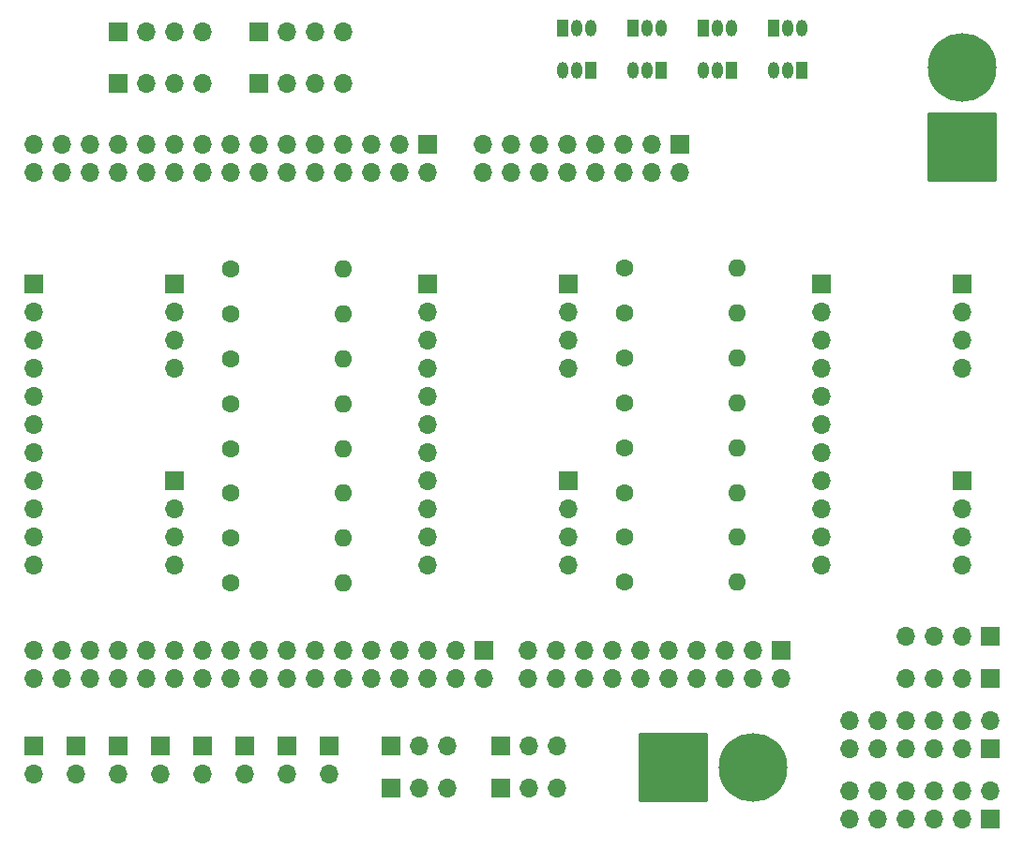
<source format=gts>
G04 #@! TF.GenerationSoftware,KiCad,Pcbnew,8.0.3*
G04 #@! TF.CreationDate,2025-02-18T22:17:21+09:00*
G04 #@! TF.ProjectId,F767ZI_MB_V1.2,46373637-5a49-45f4-9d42-5f56312e322e,rev?*
G04 #@! TF.SameCoordinates,Original*
G04 #@! TF.FileFunction,Soldermask,Top*
G04 #@! TF.FilePolarity,Negative*
%FSLAX46Y46*%
G04 Gerber Fmt 4.6, Leading zero omitted, Abs format (unit mm)*
G04 Created by KiCad (PCBNEW 8.0.3) date 2025-02-18 22:17:21*
%MOMM*%
%LPD*%
G01*
G04 APERTURE LIST*
G04 Aperture macros list*
%AMRoundRect*
0 Rectangle with rounded corners*
0 $1 Rounding radius*
0 $2 $3 $4 $5 $6 $7 $8 $9 X,Y pos of 4 corners*
0 Add a 4 corners polygon primitive as box body*
4,1,4,$2,$3,$4,$5,$6,$7,$8,$9,$2,$3,0*
0 Add four circle primitives for the rounded corners*
1,1,$1+$1,$2,$3*
1,1,$1+$1,$4,$5*
1,1,$1+$1,$6,$7*
1,1,$1+$1,$8,$9*
0 Add four rect primitives between the rounded corners*
20,1,$1+$1,$2,$3,$4,$5,0*
20,1,$1+$1,$4,$5,$6,$7,0*
20,1,$1+$1,$6,$7,$8,$9,0*
20,1,$1+$1,$8,$9,$2,$3,0*%
G04 Aperture macros list end*
%ADD10R,1.700000X1.700000*%
%ADD11O,1.700000X1.700000*%
%ADD12C,1.600000*%
%ADD13O,1.600000X1.600000*%
%ADD14R,1.000000X1.500000*%
%ADD15O,1.000000X1.500000*%
%ADD16C,6.204000*%
%ADD17RoundRect,0.102000X-3.000000X-3.000000X3.000000X-3.000000X3.000000X3.000000X-3.000000X3.000000X0*%
%ADD18RoundRect,0.102000X3.000000X-3.000000X3.000000X3.000000X-3.000000X3.000000X-3.000000X-3.000000X0*%
G04 APERTURE END LIST*
D10*
X110998000Y-130566000D03*
D11*
X113538000Y-130566000D03*
X116078000Y-130566000D03*
D12*
X132080000Y-87386000D03*
D13*
X142240000Y-87386000D03*
D14*
X126492000Y-65675000D03*
D15*
X127762000Y-65675000D03*
X129032000Y-65675000D03*
D12*
X96520000Y-91506000D03*
D13*
X106680000Y-91506000D03*
D14*
X148082000Y-69485000D03*
D15*
X146812000Y-69485000D03*
X145542000Y-69485000D03*
D10*
X91440000Y-88783000D03*
D11*
X91440000Y-91323000D03*
X91440000Y-93863000D03*
X91440000Y-96403000D03*
D12*
X96520000Y-107706000D03*
D13*
X106680000Y-107706000D03*
D10*
X97790000Y-130561000D03*
D11*
X97790000Y-133101000D03*
D10*
X120919000Y-134376000D03*
D11*
X123459000Y-134376000D03*
X125999000Y-134376000D03*
D12*
X132080000Y-103586000D03*
D13*
X142240000Y-103586000D03*
D10*
X162560000Y-106563000D03*
D11*
X162560000Y-109103000D03*
X162560000Y-111643000D03*
X162560000Y-114183000D03*
D10*
X82550000Y-130561000D03*
D11*
X82550000Y-133101000D03*
D10*
X78740000Y-130566000D03*
D11*
X78740000Y-133106000D03*
D14*
X135382000Y-69485000D03*
D15*
X134112000Y-69485000D03*
X132842000Y-69485000D03*
D12*
X96520000Y-111756000D03*
D13*
X106680000Y-111756000D03*
D12*
X132080000Y-95486000D03*
D13*
X142240000Y-95486000D03*
D10*
X149860000Y-88783000D03*
D11*
X149860000Y-91323000D03*
X149860000Y-93863000D03*
X149860000Y-96403000D03*
X149860000Y-98943000D03*
X149860000Y-101483000D03*
X149860000Y-104023000D03*
X149860000Y-106563000D03*
X149860000Y-109103000D03*
X149860000Y-111643000D03*
X149860000Y-114183000D03*
D10*
X90170000Y-130561000D03*
D11*
X90170000Y-133101000D03*
D14*
X145542000Y-65675000D03*
D15*
X146812000Y-65675000D03*
X148082000Y-65675000D03*
D14*
X132842000Y-65675000D03*
D15*
X134112000Y-65675000D03*
X135382000Y-65675000D03*
D14*
X129032000Y-69485000D03*
D15*
X127762000Y-69485000D03*
X126492000Y-69485000D03*
D10*
X120904000Y-130566000D03*
D11*
X123444000Y-130566000D03*
X125984000Y-130566000D03*
D10*
X86360000Y-130566000D03*
D11*
X86360000Y-133106000D03*
D12*
X132080000Y-115736000D03*
D13*
X142240000Y-115736000D03*
D10*
X165100000Y-124470000D03*
D11*
X162560000Y-124470000D03*
X160020000Y-124470000D03*
X157480000Y-124470000D03*
D12*
X96520000Y-87456000D03*
D13*
X106680000Y-87456000D03*
D14*
X141732000Y-69485000D03*
D15*
X140462000Y-69485000D03*
X139192000Y-69485000D03*
D12*
X132080000Y-99536000D03*
D13*
X142240000Y-99536000D03*
D10*
X114300000Y-88783000D03*
D11*
X114300000Y-91323000D03*
X114300000Y-93863000D03*
X114300000Y-96403000D03*
X114300000Y-98943000D03*
X114300000Y-101483000D03*
X114300000Y-104023000D03*
X114300000Y-106563000D03*
X114300000Y-109103000D03*
X114300000Y-111643000D03*
X114300000Y-114183000D03*
D10*
X86360000Y-66040000D03*
D11*
X88900000Y-66040000D03*
X91440000Y-66040000D03*
X93980000Y-66040000D03*
D10*
X165100000Y-120594000D03*
D11*
X162560000Y-120594000D03*
X160020000Y-120594000D03*
X157480000Y-120594000D03*
D16*
X143637000Y-132471000D03*
D17*
X136437000Y-132471000D03*
D12*
X96520000Y-99606000D03*
D13*
X106680000Y-99606000D03*
D10*
X99060000Y-70690000D03*
D11*
X101600000Y-70690000D03*
X104140000Y-70690000D03*
X106680000Y-70690000D03*
D16*
X162560000Y-69225000D03*
D18*
X162560000Y-76425000D03*
D10*
X127000000Y-106563000D03*
D11*
X127000000Y-109103000D03*
X127000000Y-111643000D03*
X127000000Y-114183000D03*
D10*
X101600000Y-130561000D03*
D11*
X101600000Y-133101000D03*
D10*
X162560000Y-88783000D03*
D11*
X162560000Y-91323000D03*
X162560000Y-93863000D03*
X162560000Y-96403000D03*
D10*
X91440000Y-106563000D03*
D11*
X91440000Y-109103000D03*
X91440000Y-111643000D03*
X91440000Y-114183000D03*
D10*
X165100000Y-137170000D03*
D11*
X165100000Y-134630000D03*
X162560000Y-137170000D03*
X162560000Y-134630000D03*
X160020000Y-137170000D03*
X160020000Y-134630000D03*
X157480000Y-137170000D03*
X157480000Y-134630000D03*
X154940000Y-137170000D03*
X154940000Y-134630000D03*
X152400000Y-137170000D03*
X152400000Y-134630000D03*
D10*
X165100000Y-130820000D03*
D11*
X165100000Y-128280000D03*
X162560000Y-130820000D03*
X162560000Y-128280000D03*
X160020000Y-130820000D03*
X160020000Y-128280000D03*
X157480000Y-130820000D03*
X157480000Y-128280000D03*
X154940000Y-130820000D03*
X154940000Y-128280000D03*
X152400000Y-130820000D03*
X152400000Y-128280000D03*
D12*
X96520000Y-115806000D03*
D13*
X106680000Y-115806000D03*
D14*
X139192000Y-65675000D03*
D15*
X140462000Y-65675000D03*
X141732000Y-65675000D03*
D10*
X105410000Y-130561000D03*
D11*
X105410000Y-133101000D03*
D12*
X96520000Y-103656000D03*
D13*
X106680000Y-103656000D03*
D12*
X96520000Y-95556000D03*
D13*
X106680000Y-95556000D03*
D12*
X132080000Y-111686000D03*
D13*
X142240000Y-111686000D03*
D10*
X86360000Y-70690000D03*
D11*
X88900000Y-70690000D03*
X91440000Y-70690000D03*
X93980000Y-70690000D03*
D10*
X110998000Y-134376000D03*
D11*
X113538000Y-134376000D03*
X116078000Y-134376000D03*
D12*
X132080000Y-91436000D03*
D13*
X142240000Y-91436000D03*
D10*
X93980000Y-130561000D03*
D11*
X93980000Y-133101000D03*
D12*
X132080000Y-107636000D03*
D13*
X142240000Y-107636000D03*
D10*
X78740000Y-88783000D03*
D11*
X78740000Y-91323000D03*
X78740000Y-93863000D03*
X78740000Y-96403000D03*
X78740000Y-98943000D03*
X78740000Y-101483000D03*
X78740000Y-104023000D03*
X78740000Y-106563000D03*
X78740000Y-109103000D03*
X78740000Y-111643000D03*
X78740000Y-114183000D03*
D10*
X99060000Y-66040000D03*
D11*
X101600000Y-66040000D03*
X104140000Y-66040000D03*
X106680000Y-66040000D03*
D10*
X127000000Y-88783000D03*
D11*
X127000000Y-91323000D03*
X127000000Y-93863000D03*
X127000000Y-96403000D03*
D10*
X146240000Y-121920000D03*
D11*
X146240000Y-124460000D03*
X143700000Y-121920000D03*
X143700000Y-124460000D03*
X141160000Y-121920000D03*
X141160000Y-124460000D03*
X138620000Y-121920000D03*
X138620000Y-124460000D03*
X136080000Y-121920000D03*
X136080000Y-124460000D03*
X133540000Y-121920000D03*
X133540000Y-124460000D03*
X131000000Y-121920000D03*
X131000000Y-124460000D03*
X128460000Y-121920000D03*
X128460000Y-124460000D03*
X125920000Y-121920000D03*
X125920000Y-124460000D03*
X123380000Y-121920000D03*
X123380000Y-124460000D03*
D10*
X119380000Y-121920000D03*
D11*
X119380000Y-124460000D03*
X116840000Y-121920000D03*
X116840000Y-124460000D03*
X114300000Y-121920000D03*
X114300000Y-124460000D03*
X111760000Y-121920000D03*
X111760000Y-124460000D03*
X109220000Y-121920000D03*
X109220000Y-124460000D03*
X106680000Y-121920000D03*
X106680000Y-124460000D03*
X104140000Y-121920000D03*
X104140000Y-124460000D03*
X101600000Y-121920000D03*
X101600000Y-124460000D03*
X99060000Y-121920000D03*
X99060000Y-124460000D03*
X96520000Y-121920000D03*
X96520000Y-124460000D03*
X93980000Y-121920000D03*
X93980000Y-124460000D03*
X91440000Y-121920000D03*
X91440000Y-124460000D03*
X88900000Y-121920000D03*
X88900000Y-124460000D03*
X86360000Y-121920000D03*
X86360000Y-124460000D03*
X83820000Y-121920000D03*
X83820000Y-124460000D03*
X81280000Y-121920000D03*
X81280000Y-124460000D03*
X78740000Y-121920000D03*
X78740000Y-124460000D03*
D10*
X137080000Y-76200000D03*
D11*
X137080000Y-78740000D03*
X134540000Y-76200000D03*
X134540000Y-78740000D03*
X132000000Y-76200000D03*
X132000000Y-78740000D03*
X129460000Y-76200000D03*
X129460000Y-78740000D03*
X126920000Y-76200000D03*
X126920000Y-78740000D03*
X124380000Y-76200000D03*
X124380000Y-78740000D03*
X121840000Y-76200000D03*
X121840000Y-78740000D03*
X119300000Y-76200000D03*
X119300000Y-78740000D03*
D10*
X114300000Y-76200000D03*
D11*
X114300000Y-78740000D03*
X111760000Y-76200000D03*
X111760000Y-78740000D03*
X109220000Y-76200000D03*
X109220000Y-78740000D03*
X106680000Y-76200000D03*
X106680000Y-78740000D03*
X104140000Y-76200000D03*
X104140000Y-78740000D03*
X101600000Y-76200000D03*
X101600000Y-78740000D03*
X99060000Y-76200000D03*
X99060000Y-78740000D03*
X96520000Y-76200000D03*
X96520000Y-78740000D03*
X93980000Y-76200000D03*
X93980000Y-78740000D03*
X91440000Y-76200000D03*
X91440000Y-78740000D03*
X88900000Y-76200000D03*
X88900000Y-78740000D03*
X86360000Y-76200000D03*
X86360000Y-78740000D03*
X83820000Y-76200000D03*
X83820000Y-78740000D03*
X81280000Y-76200000D03*
X81280000Y-78740000D03*
X78740000Y-76200000D03*
X78740000Y-78740000D03*
M02*

</source>
